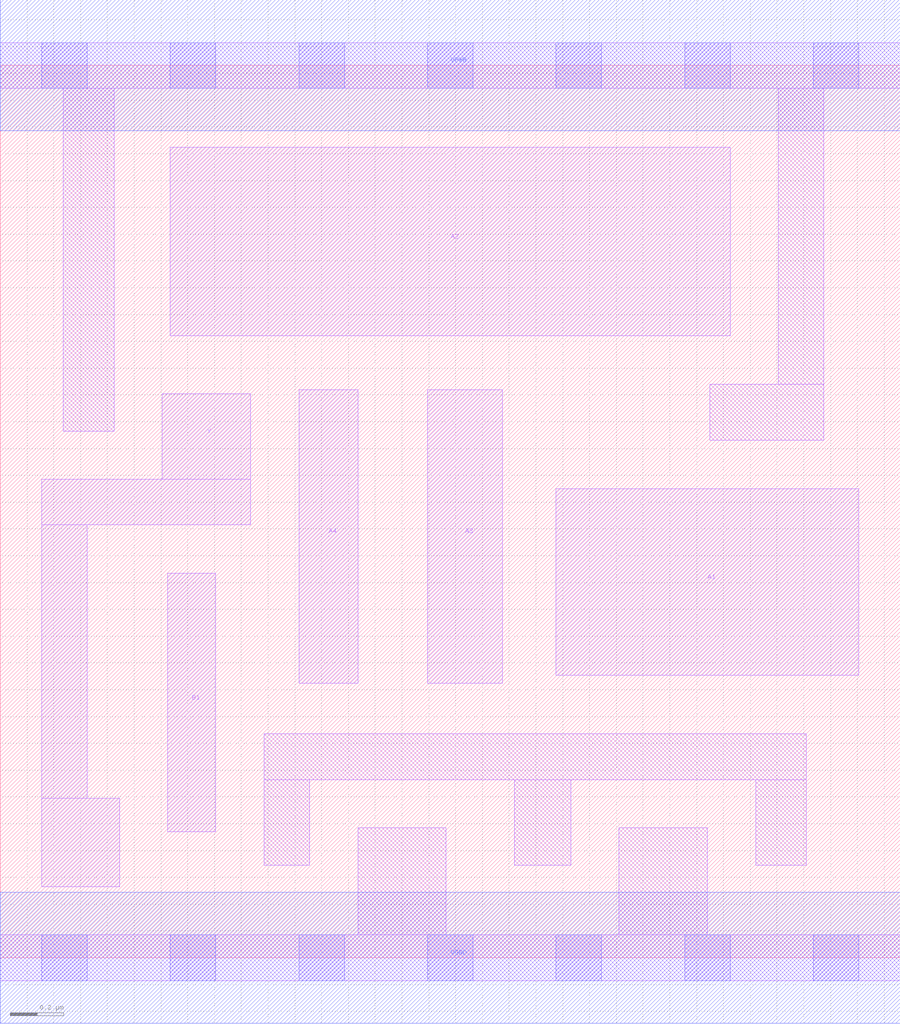
<source format=lef>
# Copyright 2020 The SkyWater PDK Authors
#
# Licensed under the Apache License, Version 2.0 (the "License");
# you may not use this file except in compliance with the License.
# You may obtain a copy of the License at
#
#     https://www.apache.org/licenses/LICENSE-2.0
#
# Unless required by applicable law or agreed to in writing, software
# distributed under the License is distributed on an "AS IS" BASIS,
# WITHOUT WARRANTIES OR CONDITIONS OF ANY KIND, either express or implied.
# See the License for the specific language governing permissions and
# limitations under the License.
#
# SPDX-License-Identifier: Apache-2.0

VERSION 5.7 ;
  NOWIREEXTENSIONATPIN ON ;
  DIVIDERCHAR "/" ;
  BUSBITCHARS "[]" ;
UNITS
  DATABASE MICRONS 200 ;
END UNITS
MACRO sky130_fd_sc_lp__o41ai_m
  CLASS CORE ;
  FOREIGN sky130_fd_sc_lp__o41ai_m ;
  ORIGIN  0.000000  0.000000 ;
  SIZE  3.360000 BY  3.330000 ;
  SYMMETRY X Y R90 ;
  SITE unit ;
  PIN A1
    ANTENNAGATEAREA  0.126000 ;
    DIRECTION INPUT ;
    USE SIGNAL ;
    PORT
      LAYER li1 ;
        RECT 2.075000 1.055000 3.205000 1.750000 ;
    END
  END A1
  PIN A2
    ANTENNAGATEAREA  0.126000 ;
    DIRECTION INPUT ;
    USE SIGNAL ;
    PORT
      LAYER li1 ;
        RECT 0.635000 2.320000 2.725000 3.025000 ;
    END
  END A2
  PIN A3
    ANTENNAGATEAREA  0.126000 ;
    DIRECTION INPUT ;
    USE SIGNAL ;
    PORT
      LAYER li1 ;
        RECT 1.595000 1.025000 1.875000 2.120000 ;
    END
  END A3
  PIN A4
    ANTENNAGATEAREA  0.126000 ;
    DIRECTION INPUT ;
    USE SIGNAL ;
    PORT
      LAYER li1 ;
        RECT 1.115000 1.025000 1.335000 2.120000 ;
    END
  END A4
  PIN B1
    ANTENNAGATEAREA  0.126000 ;
    DIRECTION INPUT ;
    USE SIGNAL ;
    PORT
      LAYER li1 ;
        RECT 0.625000 0.470000 0.805000 1.435000 ;
    END
  END B1
  PIN Y
    ANTENNADIFFAREA  0.396900 ;
    DIRECTION OUTPUT ;
    USE SIGNAL ;
    PORT
      LAYER li1 ;
        RECT 0.155000 0.265000 0.445000 0.595000 ;
        RECT 0.155000 0.595000 0.325000 1.615000 ;
        RECT 0.155000 1.615000 0.935000 1.785000 ;
        RECT 0.605000 1.785000 0.935000 2.105000 ;
    END
  END Y
  PIN VGND
    DIRECTION INOUT ;
    USE GROUND ;
    PORT
      LAYER met1 ;
        RECT 0.000000 -0.245000 3.360000 0.245000 ;
    END
  END VGND
  PIN VPWR
    DIRECTION INOUT ;
    USE POWER ;
    PORT
      LAYER met1 ;
        RECT 0.000000 3.085000 3.360000 3.575000 ;
    END
  END VPWR
  OBS
    LAYER li1 ;
      RECT 0.000000 -0.085000 3.360000 0.085000 ;
      RECT 0.000000  3.245000 3.360000 3.415000 ;
      RECT 0.235000  1.965000 0.425000 3.245000 ;
      RECT 0.985000  0.345000 1.155000 0.665000 ;
      RECT 0.985000  0.665000 3.010000 0.835000 ;
      RECT 1.335000  0.085000 1.665000 0.485000 ;
      RECT 1.920000  0.345000 2.130000 0.665000 ;
      RECT 2.310000  0.085000 2.640000 0.485000 ;
      RECT 2.650000  1.930000 3.075000 2.140000 ;
      RECT 2.820000  0.345000 3.010000 0.665000 ;
      RECT 2.905000  2.140000 3.075000 3.245000 ;
    LAYER mcon ;
      RECT 0.155000 -0.085000 0.325000 0.085000 ;
      RECT 0.155000  3.245000 0.325000 3.415000 ;
      RECT 0.635000 -0.085000 0.805000 0.085000 ;
      RECT 0.635000  3.245000 0.805000 3.415000 ;
      RECT 1.115000 -0.085000 1.285000 0.085000 ;
      RECT 1.115000  3.245000 1.285000 3.415000 ;
      RECT 1.595000 -0.085000 1.765000 0.085000 ;
      RECT 1.595000  3.245000 1.765000 3.415000 ;
      RECT 2.075000 -0.085000 2.245000 0.085000 ;
      RECT 2.075000  3.245000 2.245000 3.415000 ;
      RECT 2.555000 -0.085000 2.725000 0.085000 ;
      RECT 2.555000  3.245000 2.725000 3.415000 ;
      RECT 3.035000 -0.085000 3.205000 0.085000 ;
      RECT 3.035000  3.245000 3.205000 3.415000 ;
  END
END sky130_fd_sc_lp__o41ai_m
END LIBRARY

</source>
